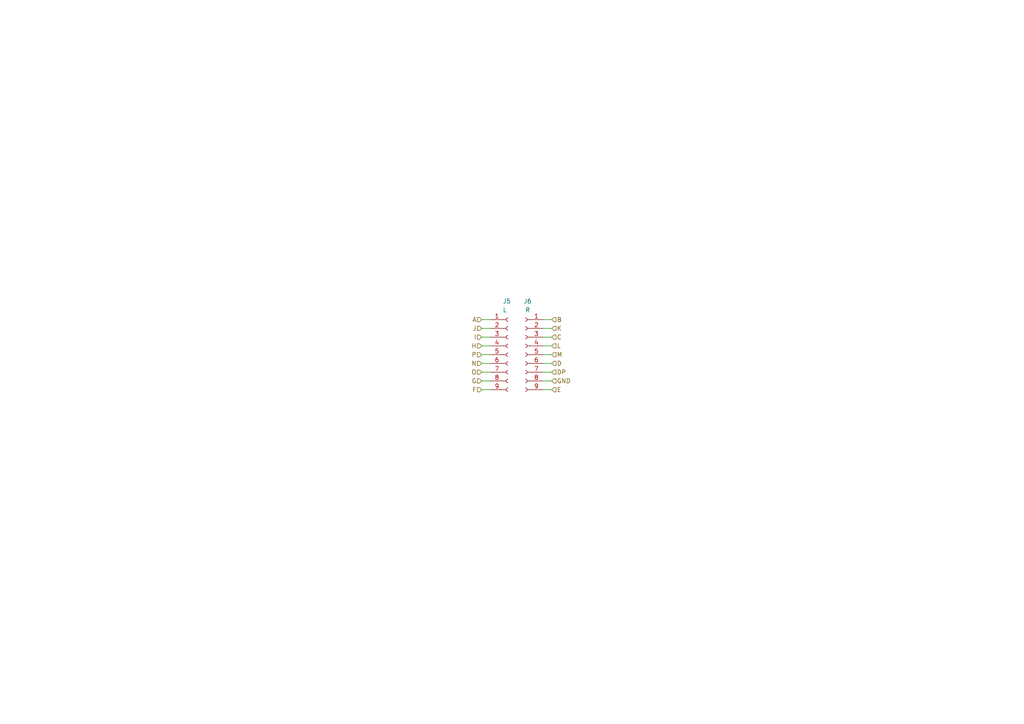
<source format=kicad_sch>
(kicad_sch (version 20230121) (generator eeschema)
  (paper "A4")
  (lib_symbols
    (symbol "Connector:Conn_01x09_Female" (pin_names (offset 1.016) hide)
      (property "Reference" "J" (at 0 12.7 0))
      (property "Value" "Conn_01x09_Female" (at 0 -12.7 0))
      (symbol "Conn_01x09_Female_1_1"
        (arc (start 0 -9.652) (mid -0.5058 -10.16) (end 0 -10.668) (stroke (width 0.1524)))
        (arc (start 0 -7.112) (mid -0.5058 -7.62) (end 0 -8.128) (stroke (width 0.1524)))
        (arc (start 0 -4.572) (mid -0.5058 -5.08) (end 0 -5.588) (stroke (width 0.1524)))
        (arc (start 0 -2.032) (mid -0.5058 -2.54) (end 0 -3.048) (stroke (width 0.1524)))
        (polyline (pts (xy -1.27 -10.16) (xy -0.508 -10.16)) (stroke (width 0.1524)))
        (polyline (pts (xy -1.27 -7.62) (xy -0.508 -7.62)) (stroke (width 0.1524)))
        (polyline (pts (xy -1.27 -5.08) (xy -0.508 -5.08)) (stroke (width 0.1524)))
        (polyline (pts (xy -1.27 -2.54) (xy -0.508 -2.54)) (stroke (width 0.1524)))
        (polyline (pts (xy -1.27 0) (xy -0.508 0)) (stroke (width 0.1524)))
        (polyline (pts (xy -1.27 2.54) (xy -0.508 2.54)) (stroke (width 0.1524)))
        (polyline (pts (xy -1.27 5.08) (xy -0.508 5.08)) (stroke (width 0.1524)))
        (polyline (pts (xy -1.27 7.62) (xy -0.508 7.62)) (stroke (width 0.1524)))
        (polyline (pts (xy -1.27 10.16) (xy -0.508 10.16)) (stroke (width 0.1524)))
        (arc (start 0 0.508) (mid -0.5058 0) (end 0 -0.508) (stroke (width 0.1524)))
        (arc (start 0 3.048) (mid -0.5058 2.54) (end 0 2.032) (stroke (width 0.1524)))
        (arc (start 0 5.588) (mid -0.5058 5.08) (end 0 4.572) (stroke (width 0.1524)))
        (arc (start 0 8.128) (mid -0.5058 7.62) (end 0 7.112) (stroke (width 0.1524)))
        (arc (start 0 10.668) (mid -0.5058 10.16) (end 0 9.652) (stroke (width 0.1524)))
        (pin passive line (at -5.08 10.16 0) (length 3.81) (name "Pin_1") (number "1"))
        (pin passive line (at -5.08 7.62 0) (length 3.81) (name "Pin_2") (number "2"))
        (pin passive line (at -5.08 5.08 0) (length 3.81) (name "Pin_3") (number "3"))
        (pin passive line (at -5.08 2.54 0) (length 3.81) (name "Pin_4") (number "4"))
        (pin passive line (at -5.08 0 0) (length 3.81) (name "Pin_5") (number "5"))
        (pin passive line (at -5.08 -2.54 0) (length 3.81) (name "Pin_6") (number "6"))
        (pin passive line (at -5.08 -5.08 0) (length 3.81) (name "Pin_7") (number "7"))
        (pin passive line (at -5.08 -7.62 0) (length 3.81) (name "Pin_8") (number "8"))
        (pin passive line (at -5.08 -10.16 0) (length 3.81) (name "Pin_9") (number "9"))
      )
    )
  )
  (wire (pts (xy 157.48 113.03) (xy 160.02 113.03)))
  (wire (pts (xy 139.7 97.79) (xy 142.24 97.79)))
  (wire (pts (xy 139.7 100.33) (xy 142.24 100.33)))
  (wire (pts (xy 139.7 102.87) (xy 142.24 102.87)))
  (wire (pts (xy 139.7 107.95) (xy 142.24 107.95)))
  (wire (pts (xy 157.48 105.41) (xy 160.02 105.41)))
  (wire (pts (xy 157.48 102.87) (xy 160.02 102.87)))
  (wire (pts (xy 157.48 97.79) (xy 160.02 97.79)))
  (wire (pts (xy 139.7 95.25) (xy 142.24 95.25)))
  (wire (pts (xy 139.7 113.03) (xy 142.24 113.03)))
  (wire (pts (xy 157.48 100.33) (xy 160.02 100.33)))
  (wire (pts (xy 157.48 107.95) (xy 160.02 107.95)))
  (wire (pts (xy 139.7 105.41) (xy 142.24 105.41)))
  (wire (pts (xy 157.48 92.71) (xy 160.02 92.71)))
  (wire (pts (xy 157.48 110.49) (xy 160.02 110.49)))
  (wire (pts (xy 139.7 110.49) (xy 142.24 110.49)))
  (wire (pts (xy 157.48 95.25) (xy 160.02 95.25)))
  (wire (pts (xy 139.7 92.71) (xy 142.24 92.71)))
  (hierarchical_label "DP" (shape input) (at 160.02 107.95 0))
  (hierarchical_label "F" (shape input) (at 139.7 113.03 180))
  (hierarchical_label "J" (shape input) (at 139.7 95.25 180))
  (hierarchical_label "P" (shape input) (at 139.7 102.87 180))
  (hierarchical_label "L" (shape input) (at 160.02 100.33 0))
  (hierarchical_label "O" (shape input) (at 139.7 107.95 180))
  (hierarchical_label "G" (shape input) (at 139.7 110.49 180))
  (hierarchical_label "B" (shape input) (at 160.02 92.71 0))
  (hierarchical_label "N" (shape input) (at 139.7 105.41 180))
  (hierarchical_label "GND" (shape input) (at 160.02 110.49 0))
  (hierarchical_label "C" (shape input) (at 160.02 97.79 0))
  (hierarchical_label "E" (shape input) (at 160.02 113.03 0))
  (hierarchical_label "A" (shape input) (at 139.7 92.71 180))
  (hierarchical_label "H" (shape input) (at 139.7 100.33 180))
  (hierarchical_label "D" (shape input) (at 160.02 105.41 0))
  (hierarchical_label "I" (shape input) (at 139.7 97.79 180))
  (hierarchical_label "K" (shape input) (at 160.02 95.25 0))
  (hierarchical_label "M" (shape input) (at 160.02 102.87 0))
  (symbol (lib_id "Connector:Conn_01x09_Female") (at 147.32 102.87 0) (unit 1)
    (property "Reference" "J5" (at 145.796 87.376 0) (effects (justify left)))
    (property "Value" "L" (at 145.796 89.916 0) (effects (justify left)))
    (property "Footprint" "Connector_PinSocket_2.54mm:PinSocket_1x09_P2.54mm_Vertical_SMD_Pin1Right" (effects hide))
    (instances (project "display_group" (path "" (reference "J5") (unit 1)) (path "" (reference "J3") (unit 1)) (path "" (reference "J1") (unit 1)) (path "" (reference "J7") (unit 1))))
  )
  (symbol (lib_id "Connector:Conn_01x09_Female") (at 152.4 102.87 0) (mirror y) (unit 1)
    (property "Reference" "J6" (at 153.035 87.376 0))
    (property "Value" "R" (at 153.035 89.916 0))
    (property "Footprint" "Connector_PinSocket_2.54mm:PinSocket_1x09_P2.54mm_Vertical_SMD_Pin1Right" (effects hide))
    (instances (project "display_group" (path "" (reference "J6") (unit 1)) (path "" (reference "J4") (unit 1)) (path "" (reference "J2") (unit 1)) (path "" (reference "J8") (unit 1))))
  )
)
</source>
